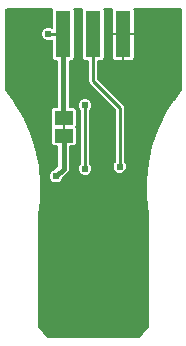
<source format=gbl>
G04 #@! TF.GenerationSoftware,KiCad,Pcbnew,(5.1.4-0)*
G04 #@! TF.CreationDate,2019-08-21T14:14:19+03:00*
G04 #@! TF.ProjectId,AVR_ISP_With_POGO_Pin,4156525f-4953-4505-9f57-6974685f504f,rev?*
G04 #@! TF.SameCoordinates,PX80efd00PY76109c0*
G04 #@! TF.FileFunction,Copper,L2,Bot*
G04 #@! TF.FilePolarity,Positive*
%FSLAX46Y46*%
G04 Gerber Fmt 4.6, Leading zero omitted, Abs format (unit mm)*
G04 Created by KiCad (PCBNEW (5.1.4-0)) date 2019-08-21 14:14:19*
%MOMM*%
%LPD*%
G04 APERTURE LIST*
%ADD10R,1.600200X1.168400*%
%ADD11R,1.300000X4.000000*%
%ADD12C,0.609600*%
%ADD13C,0.254000*%
%ADD14C,0.457200*%
%ADD15C,0.152400*%
%ADD16C,0.203200*%
G04 APERTURE END LIST*
D10*
X5300000Y17400000D03*
X5300000Y18924000D03*
D11*
X7800000Y26000000D03*
X5260000Y26000000D03*
X10340000Y26000000D03*
D12*
X14500000Y27400000D03*
X1100000Y27400000D03*
X12500000Y17700000D03*
X3400000Y17700000D03*
X3600000Y1700000D03*
X12000000Y1700000D03*
X9300000Y17900000D03*
X6600000Y23000000D03*
X4000000Y26000000D03*
X4650000Y13950000D03*
X7100000Y14600018D03*
X7100000Y19950000D03*
X10050000Y14750000D03*
D13*
X4000000Y26000000D02*
X5260000Y26000000D01*
D14*
X5300000Y14600000D02*
X4650000Y13950000D01*
X5260000Y18964000D02*
X5300000Y18924000D01*
X5260000Y26000000D02*
X5260000Y18964000D01*
X5300000Y14600000D02*
X5300000Y17400000D01*
D15*
X5300000Y18924000D02*
X5300000Y17400000D01*
D13*
X7100000Y19950000D02*
X7100000Y14600018D01*
X7800000Y22000000D02*
X10050000Y19750000D01*
X7800000Y26000000D02*
X7800000Y22000000D01*
X10050000Y19750000D02*
X10050000Y14750000D01*
D16*
G36*
X4327040Y28117206D02*
G01*
X4309611Y28059751D01*
X4303726Y28000000D01*
X4303726Y26530217D01*
X4288754Y26540221D01*
X4177814Y26586174D01*
X4060040Y26609600D01*
X3939960Y26609600D01*
X3822186Y26586174D01*
X3711246Y26540221D01*
X3611402Y26473508D01*
X3526492Y26388598D01*
X3459779Y26288754D01*
X3413826Y26177814D01*
X3390400Y26060040D01*
X3390400Y25939960D01*
X3413826Y25822186D01*
X3459779Y25711246D01*
X3526492Y25611402D01*
X3611402Y25526492D01*
X3711246Y25459779D01*
X3822186Y25413826D01*
X3939960Y25390400D01*
X4060040Y25390400D01*
X4177814Y25413826D01*
X4288754Y25459779D01*
X4303726Y25469783D01*
X4303726Y24000000D01*
X4309611Y23940249D01*
X4327040Y23882794D01*
X4355342Y23829843D01*
X4393432Y23783432D01*
X4439843Y23745342D01*
X4492794Y23717040D01*
X4550249Y23699611D01*
X4610000Y23693726D01*
X4726600Y23693726D01*
X4726601Y19814474D01*
X4499900Y19814474D01*
X4440149Y19808589D01*
X4382694Y19791160D01*
X4329743Y19762858D01*
X4283332Y19724768D01*
X4245242Y19678357D01*
X4216940Y19625406D01*
X4199511Y19567951D01*
X4193626Y19508200D01*
X4193626Y18339800D01*
X4199511Y18280049D01*
X4216940Y18222594D01*
X4245242Y18169643D01*
X4251515Y18162000D01*
X4245242Y18154357D01*
X4216940Y18101406D01*
X4199511Y18043951D01*
X4193626Y17984200D01*
X4193626Y16815800D01*
X4199511Y16756049D01*
X4216940Y16698594D01*
X4245242Y16645643D01*
X4283332Y16599232D01*
X4329743Y16561142D01*
X4382694Y16532840D01*
X4440149Y16515411D01*
X4499900Y16509526D01*
X4766601Y16509526D01*
X4766600Y14820941D01*
X4484228Y14538569D01*
X4472186Y14536174D01*
X4361246Y14490221D01*
X4261402Y14423508D01*
X4176492Y14338598D01*
X4109779Y14238754D01*
X4063826Y14127814D01*
X4040400Y14010040D01*
X4040400Y13889960D01*
X4063826Y13772186D01*
X4109779Y13661246D01*
X4176492Y13561402D01*
X4261402Y13476492D01*
X4361246Y13409779D01*
X4472186Y13363826D01*
X4589960Y13340400D01*
X4710040Y13340400D01*
X4827814Y13363826D01*
X4938754Y13409779D01*
X5038598Y13476492D01*
X5123508Y13561402D01*
X5190221Y13661246D01*
X5236174Y13772186D01*
X5238569Y13784228D01*
X5658645Y14204304D01*
X5678995Y14221005D01*
X5745651Y14302225D01*
X5795181Y14394889D01*
X5825681Y14495435D01*
X5833400Y14573805D01*
X5833400Y14573813D01*
X5835979Y14600000D01*
X5833400Y14626187D01*
X5833400Y16509526D01*
X6100100Y16509526D01*
X6159851Y16515411D01*
X6217306Y16532840D01*
X6270257Y16561142D01*
X6316668Y16599232D01*
X6354758Y16645643D01*
X6383060Y16698594D01*
X6400489Y16756049D01*
X6406374Y16815800D01*
X6406374Y17984200D01*
X6400489Y18043951D01*
X6383060Y18101406D01*
X6354758Y18154357D01*
X6348485Y18162000D01*
X6354758Y18169643D01*
X6383060Y18222594D01*
X6400489Y18280049D01*
X6406374Y18339800D01*
X6406374Y19508200D01*
X6400489Y19567951D01*
X6383060Y19625406D01*
X6354758Y19678357D01*
X6316668Y19724768D01*
X6270257Y19762858D01*
X6217306Y19791160D01*
X6159851Y19808589D01*
X6100100Y19814474D01*
X5793400Y19814474D01*
X5793400Y20010040D01*
X6490400Y20010040D01*
X6490400Y19889960D01*
X6513826Y19772186D01*
X6559779Y19661246D01*
X6626492Y19561402D01*
X6668200Y19519694D01*
X6668201Y15030325D01*
X6626492Y14988616D01*
X6559779Y14888772D01*
X6513826Y14777832D01*
X6490400Y14660058D01*
X6490400Y14539978D01*
X6513826Y14422204D01*
X6559779Y14311264D01*
X6626492Y14211420D01*
X6711402Y14126510D01*
X6811246Y14059797D01*
X6922186Y14013844D01*
X7039960Y13990418D01*
X7160040Y13990418D01*
X7277814Y14013844D01*
X7388754Y14059797D01*
X7488598Y14126510D01*
X7573508Y14211420D01*
X7640221Y14311264D01*
X7686174Y14422204D01*
X7709600Y14539978D01*
X7709600Y14660058D01*
X7686174Y14777832D01*
X7640221Y14888772D01*
X7573508Y14988616D01*
X7531800Y15030324D01*
X7531800Y19519694D01*
X7573508Y19561402D01*
X7640221Y19661246D01*
X7686174Y19772186D01*
X7709600Y19889960D01*
X7709600Y20010040D01*
X7686174Y20127814D01*
X7640221Y20238754D01*
X7573508Y20338598D01*
X7488598Y20423508D01*
X7388754Y20490221D01*
X7277814Y20536174D01*
X7160040Y20559600D01*
X7039960Y20559600D01*
X6922186Y20536174D01*
X6811246Y20490221D01*
X6711402Y20423508D01*
X6626492Y20338598D01*
X6559779Y20238754D01*
X6513826Y20127814D01*
X6490400Y20010040D01*
X5793400Y20010040D01*
X5793400Y23693726D01*
X5910000Y23693726D01*
X5969751Y23699611D01*
X6027206Y23717040D01*
X6080157Y23745342D01*
X6126568Y23783432D01*
X6164658Y23829843D01*
X6192960Y23882794D01*
X6210389Y23940249D01*
X6216274Y24000000D01*
X6216274Y28000000D01*
X6210389Y28059751D01*
X6192960Y28117206D01*
X6191360Y28120200D01*
X6868640Y28120200D01*
X6867040Y28117206D01*
X6849611Y28059751D01*
X6843726Y28000000D01*
X6843726Y24000000D01*
X6849611Y23940249D01*
X6867040Y23882794D01*
X6895342Y23829843D01*
X6933432Y23783432D01*
X6979843Y23745342D01*
X7032794Y23717040D01*
X7090249Y23699611D01*
X7150000Y23693726D01*
X7368201Y23693726D01*
X7368201Y22021220D01*
X7366111Y22000000D01*
X7374448Y21915353D01*
X7399140Y21833958D01*
X7439235Y21758944D01*
X7493195Y21693194D01*
X7509674Y21679670D01*
X9618200Y19571143D01*
X9618201Y15180307D01*
X9576492Y15138598D01*
X9509779Y15038754D01*
X9463826Y14927814D01*
X9440400Y14810040D01*
X9440400Y14689960D01*
X9463826Y14572186D01*
X9509779Y14461246D01*
X9576492Y14361402D01*
X9661402Y14276492D01*
X9761246Y14209779D01*
X9872186Y14163826D01*
X9989960Y14140400D01*
X10110040Y14140400D01*
X10227814Y14163826D01*
X10338754Y14209779D01*
X10438598Y14276492D01*
X10523508Y14361402D01*
X10590221Y14461246D01*
X10636174Y14572186D01*
X10659600Y14689960D01*
X10659600Y14810040D01*
X10636174Y14927814D01*
X10590221Y15038754D01*
X10523508Y15138598D01*
X10481800Y15180306D01*
X10481800Y19728790D01*
X10483889Y19750000D01*
X10475552Y19834648D01*
X10450861Y19916042D01*
X10410766Y19991056D01*
X10384832Y20022656D01*
X10356806Y20056806D01*
X10340328Y20070329D01*
X8231800Y22178856D01*
X8231800Y23693726D01*
X8450000Y23693726D01*
X8509751Y23699611D01*
X8567206Y23717040D01*
X8620157Y23745342D01*
X8666568Y23783432D01*
X8704658Y23829843D01*
X8732960Y23882794D01*
X8750389Y23940249D01*
X8756274Y24000000D01*
X9383725Y24000000D01*
X9389610Y23940249D01*
X9407039Y23882794D01*
X9435342Y23829843D01*
X9473431Y23783431D01*
X9519843Y23745342D01*
X9572794Y23717039D01*
X9630249Y23699610D01*
X9690000Y23693725D01*
X10263750Y23695200D01*
X10339950Y23771400D01*
X10339950Y25999950D01*
X10340050Y25999950D01*
X10340050Y23771400D01*
X10416250Y23695200D01*
X10990000Y23693725D01*
X11049751Y23699610D01*
X11107206Y23717039D01*
X11160157Y23745342D01*
X11206569Y23783431D01*
X11244658Y23829843D01*
X11272961Y23882794D01*
X11290390Y23940249D01*
X11296275Y24000000D01*
X11294800Y25923750D01*
X11218600Y25999950D01*
X10340050Y25999950D01*
X10339950Y25999950D01*
X9461400Y25999950D01*
X9385200Y25923750D01*
X9383725Y24000000D01*
X8756274Y24000000D01*
X8756274Y28000000D01*
X8750389Y28059751D01*
X8732960Y28117206D01*
X8731360Y28120200D01*
X9408639Y28120200D01*
X9407039Y28117206D01*
X9389610Y28059751D01*
X9383725Y28000000D01*
X9385200Y26076250D01*
X9461400Y26000050D01*
X10339950Y26000050D01*
X10339950Y26020050D01*
X10340050Y26020050D01*
X10340050Y26000050D01*
X11218600Y26000050D01*
X11294800Y26076250D01*
X11296275Y28000000D01*
X11290390Y28059751D01*
X11272961Y28117206D01*
X11271361Y28120200D01*
X15142682Y28120200D01*
X15220200Y28042681D01*
X15220201Y21229977D01*
X14595261Y20428937D01*
X14592630Y20425139D01*
X14589677Y20421597D01*
X14572864Y20396967D01*
X13823610Y19201103D01*
X13820411Y19195288D01*
X13816769Y19189748D01*
X13802851Y19163373D01*
X13193790Y17890378D01*
X13191268Y17884235D01*
X13188279Y17878322D01*
X13177456Y17850589D01*
X13177436Y17850540D01*
X13177431Y17850524D01*
X12716397Y16516781D01*
X12714589Y16510401D01*
X12712285Y16504178D01*
X12704672Y16475401D01*
X12704657Y16475348D01*
X12704654Y16475331D01*
X12397569Y15097971D01*
X12396496Y15091430D01*
X12394910Y15084984D01*
X12390603Y15055523D01*
X12390595Y15055475D01*
X12390594Y15055459D01*
X12241402Y13652189D01*
X12241076Y13645559D01*
X12240231Y13638984D01*
X12239287Y13609234D01*
X12239284Y13609177D01*
X12239285Y13609159D01*
X12249909Y12198022D01*
X12250335Y12191403D01*
X12250240Y12184770D01*
X12252669Y12155108D01*
X12252673Y12155046D01*
X12252676Y12155027D01*
X12420200Y10777001D01*
X12420201Y1157319D01*
X11642682Y379800D01*
X3957318Y379800D01*
X3179800Y1157318D01*
X3179800Y10704230D01*
X3342341Y11922587D01*
X3342744Y11927892D01*
X3343596Y11933121D01*
X3345546Y11962879D01*
X3382337Y13369339D01*
X3382134Y13375975D01*
X3382452Y13382596D01*
X3381021Y13412383D01*
X3258360Y14813966D01*
X3257408Y14820533D01*
X3256974Y14827150D01*
X3252189Y14856520D01*
X3252180Y14856585D01*
X3252175Y14856605D01*
X2971643Y16235273D01*
X2969956Y16241682D01*
X2968774Y16248215D01*
X2960678Y16276917D01*
X2525874Y17614986D01*
X2523471Y17621165D01*
X2521558Y17627521D01*
X2510265Y17655122D01*
X1926781Y18935368D01*
X1923689Y18941244D01*
X1921073Y18947333D01*
X1906742Y18973455D01*
X1906729Y18973479D01*
X1906724Y18973487D01*
X1182068Y20179442D01*
X1178333Y20184927D01*
X1175042Y20190685D01*
X1157830Y20215038D01*
X379800Y21228930D01*
X379800Y28042682D01*
X457319Y28120200D01*
X4328640Y28120200D01*
X4327040Y28117206D01*
X4327040Y28117206D01*
G37*
X4327040Y28117206D02*
X4309611Y28059751D01*
X4303726Y28000000D01*
X4303726Y26530217D01*
X4288754Y26540221D01*
X4177814Y26586174D01*
X4060040Y26609600D01*
X3939960Y26609600D01*
X3822186Y26586174D01*
X3711246Y26540221D01*
X3611402Y26473508D01*
X3526492Y26388598D01*
X3459779Y26288754D01*
X3413826Y26177814D01*
X3390400Y26060040D01*
X3390400Y25939960D01*
X3413826Y25822186D01*
X3459779Y25711246D01*
X3526492Y25611402D01*
X3611402Y25526492D01*
X3711246Y25459779D01*
X3822186Y25413826D01*
X3939960Y25390400D01*
X4060040Y25390400D01*
X4177814Y25413826D01*
X4288754Y25459779D01*
X4303726Y25469783D01*
X4303726Y24000000D01*
X4309611Y23940249D01*
X4327040Y23882794D01*
X4355342Y23829843D01*
X4393432Y23783432D01*
X4439843Y23745342D01*
X4492794Y23717040D01*
X4550249Y23699611D01*
X4610000Y23693726D01*
X4726600Y23693726D01*
X4726601Y19814474D01*
X4499900Y19814474D01*
X4440149Y19808589D01*
X4382694Y19791160D01*
X4329743Y19762858D01*
X4283332Y19724768D01*
X4245242Y19678357D01*
X4216940Y19625406D01*
X4199511Y19567951D01*
X4193626Y19508200D01*
X4193626Y18339800D01*
X4199511Y18280049D01*
X4216940Y18222594D01*
X4245242Y18169643D01*
X4251515Y18162000D01*
X4245242Y18154357D01*
X4216940Y18101406D01*
X4199511Y18043951D01*
X4193626Y17984200D01*
X4193626Y16815800D01*
X4199511Y16756049D01*
X4216940Y16698594D01*
X4245242Y16645643D01*
X4283332Y16599232D01*
X4329743Y16561142D01*
X4382694Y16532840D01*
X4440149Y16515411D01*
X4499900Y16509526D01*
X4766601Y16509526D01*
X4766600Y14820941D01*
X4484228Y14538569D01*
X4472186Y14536174D01*
X4361246Y14490221D01*
X4261402Y14423508D01*
X4176492Y14338598D01*
X4109779Y14238754D01*
X4063826Y14127814D01*
X4040400Y14010040D01*
X4040400Y13889960D01*
X4063826Y13772186D01*
X4109779Y13661246D01*
X4176492Y13561402D01*
X4261402Y13476492D01*
X4361246Y13409779D01*
X4472186Y13363826D01*
X4589960Y13340400D01*
X4710040Y13340400D01*
X4827814Y13363826D01*
X4938754Y13409779D01*
X5038598Y13476492D01*
X5123508Y13561402D01*
X5190221Y13661246D01*
X5236174Y13772186D01*
X5238569Y13784228D01*
X5658645Y14204304D01*
X5678995Y14221005D01*
X5745651Y14302225D01*
X5795181Y14394889D01*
X5825681Y14495435D01*
X5833400Y14573805D01*
X5833400Y14573813D01*
X5835979Y14600000D01*
X5833400Y14626187D01*
X5833400Y16509526D01*
X6100100Y16509526D01*
X6159851Y16515411D01*
X6217306Y16532840D01*
X6270257Y16561142D01*
X6316668Y16599232D01*
X6354758Y16645643D01*
X6383060Y16698594D01*
X6400489Y16756049D01*
X6406374Y16815800D01*
X6406374Y17984200D01*
X6400489Y18043951D01*
X6383060Y18101406D01*
X6354758Y18154357D01*
X6348485Y18162000D01*
X6354758Y18169643D01*
X6383060Y18222594D01*
X6400489Y18280049D01*
X6406374Y18339800D01*
X6406374Y19508200D01*
X6400489Y19567951D01*
X6383060Y19625406D01*
X6354758Y19678357D01*
X6316668Y19724768D01*
X6270257Y19762858D01*
X6217306Y19791160D01*
X6159851Y19808589D01*
X6100100Y19814474D01*
X5793400Y19814474D01*
X5793400Y20010040D01*
X6490400Y20010040D01*
X6490400Y19889960D01*
X6513826Y19772186D01*
X6559779Y19661246D01*
X6626492Y19561402D01*
X6668200Y19519694D01*
X6668201Y15030325D01*
X6626492Y14988616D01*
X6559779Y14888772D01*
X6513826Y14777832D01*
X6490400Y14660058D01*
X6490400Y14539978D01*
X6513826Y14422204D01*
X6559779Y14311264D01*
X6626492Y14211420D01*
X6711402Y14126510D01*
X6811246Y14059797D01*
X6922186Y14013844D01*
X7039960Y13990418D01*
X7160040Y13990418D01*
X7277814Y14013844D01*
X7388754Y14059797D01*
X7488598Y14126510D01*
X7573508Y14211420D01*
X7640221Y14311264D01*
X7686174Y14422204D01*
X7709600Y14539978D01*
X7709600Y14660058D01*
X7686174Y14777832D01*
X7640221Y14888772D01*
X7573508Y14988616D01*
X7531800Y15030324D01*
X7531800Y19519694D01*
X7573508Y19561402D01*
X7640221Y19661246D01*
X7686174Y19772186D01*
X7709600Y19889960D01*
X7709600Y20010040D01*
X7686174Y20127814D01*
X7640221Y20238754D01*
X7573508Y20338598D01*
X7488598Y20423508D01*
X7388754Y20490221D01*
X7277814Y20536174D01*
X7160040Y20559600D01*
X7039960Y20559600D01*
X6922186Y20536174D01*
X6811246Y20490221D01*
X6711402Y20423508D01*
X6626492Y20338598D01*
X6559779Y20238754D01*
X6513826Y20127814D01*
X6490400Y20010040D01*
X5793400Y20010040D01*
X5793400Y23693726D01*
X5910000Y23693726D01*
X5969751Y23699611D01*
X6027206Y23717040D01*
X6080157Y23745342D01*
X6126568Y23783432D01*
X6164658Y23829843D01*
X6192960Y23882794D01*
X6210389Y23940249D01*
X6216274Y24000000D01*
X6216274Y28000000D01*
X6210389Y28059751D01*
X6192960Y28117206D01*
X6191360Y28120200D01*
X6868640Y28120200D01*
X6867040Y28117206D01*
X6849611Y28059751D01*
X6843726Y28000000D01*
X6843726Y24000000D01*
X6849611Y23940249D01*
X6867040Y23882794D01*
X6895342Y23829843D01*
X6933432Y23783432D01*
X6979843Y23745342D01*
X7032794Y23717040D01*
X7090249Y23699611D01*
X7150000Y23693726D01*
X7368201Y23693726D01*
X7368201Y22021220D01*
X7366111Y22000000D01*
X7374448Y21915353D01*
X7399140Y21833958D01*
X7439235Y21758944D01*
X7493195Y21693194D01*
X7509674Y21679670D01*
X9618200Y19571143D01*
X9618201Y15180307D01*
X9576492Y15138598D01*
X9509779Y15038754D01*
X9463826Y14927814D01*
X9440400Y14810040D01*
X9440400Y14689960D01*
X9463826Y14572186D01*
X9509779Y14461246D01*
X9576492Y14361402D01*
X9661402Y14276492D01*
X9761246Y14209779D01*
X9872186Y14163826D01*
X9989960Y14140400D01*
X10110040Y14140400D01*
X10227814Y14163826D01*
X10338754Y14209779D01*
X10438598Y14276492D01*
X10523508Y14361402D01*
X10590221Y14461246D01*
X10636174Y14572186D01*
X10659600Y14689960D01*
X10659600Y14810040D01*
X10636174Y14927814D01*
X10590221Y15038754D01*
X10523508Y15138598D01*
X10481800Y15180306D01*
X10481800Y19728790D01*
X10483889Y19750000D01*
X10475552Y19834648D01*
X10450861Y19916042D01*
X10410766Y19991056D01*
X10384832Y20022656D01*
X10356806Y20056806D01*
X10340328Y20070329D01*
X8231800Y22178856D01*
X8231800Y23693726D01*
X8450000Y23693726D01*
X8509751Y23699611D01*
X8567206Y23717040D01*
X8620157Y23745342D01*
X8666568Y23783432D01*
X8704658Y23829843D01*
X8732960Y23882794D01*
X8750389Y23940249D01*
X8756274Y24000000D01*
X9383725Y24000000D01*
X9389610Y23940249D01*
X9407039Y23882794D01*
X9435342Y23829843D01*
X9473431Y23783431D01*
X9519843Y23745342D01*
X9572794Y23717039D01*
X9630249Y23699610D01*
X9690000Y23693725D01*
X10263750Y23695200D01*
X10339950Y23771400D01*
X10339950Y25999950D01*
X10340050Y25999950D01*
X10340050Y23771400D01*
X10416250Y23695200D01*
X10990000Y23693725D01*
X11049751Y23699610D01*
X11107206Y23717039D01*
X11160157Y23745342D01*
X11206569Y23783431D01*
X11244658Y23829843D01*
X11272961Y23882794D01*
X11290390Y23940249D01*
X11296275Y24000000D01*
X11294800Y25923750D01*
X11218600Y25999950D01*
X10340050Y25999950D01*
X10339950Y25999950D01*
X9461400Y25999950D01*
X9385200Y25923750D01*
X9383725Y24000000D01*
X8756274Y24000000D01*
X8756274Y28000000D01*
X8750389Y28059751D01*
X8732960Y28117206D01*
X8731360Y28120200D01*
X9408639Y28120200D01*
X9407039Y28117206D01*
X9389610Y28059751D01*
X9383725Y28000000D01*
X9385200Y26076250D01*
X9461400Y26000050D01*
X10339950Y26000050D01*
X10339950Y26020050D01*
X10340050Y26020050D01*
X10340050Y26000050D01*
X11218600Y26000050D01*
X11294800Y26076250D01*
X11296275Y28000000D01*
X11290390Y28059751D01*
X11272961Y28117206D01*
X11271361Y28120200D01*
X15142682Y28120200D01*
X15220200Y28042681D01*
X15220201Y21229977D01*
X14595261Y20428937D01*
X14592630Y20425139D01*
X14589677Y20421597D01*
X14572864Y20396967D01*
X13823610Y19201103D01*
X13820411Y19195288D01*
X13816769Y19189748D01*
X13802851Y19163373D01*
X13193790Y17890378D01*
X13191268Y17884235D01*
X13188279Y17878322D01*
X13177456Y17850589D01*
X13177436Y17850540D01*
X13177431Y17850524D01*
X12716397Y16516781D01*
X12714589Y16510401D01*
X12712285Y16504178D01*
X12704672Y16475401D01*
X12704657Y16475348D01*
X12704654Y16475331D01*
X12397569Y15097971D01*
X12396496Y15091430D01*
X12394910Y15084984D01*
X12390603Y15055523D01*
X12390595Y15055475D01*
X12390594Y15055459D01*
X12241402Y13652189D01*
X12241076Y13645559D01*
X12240231Y13638984D01*
X12239287Y13609234D01*
X12239284Y13609177D01*
X12239285Y13609159D01*
X12249909Y12198022D01*
X12250335Y12191403D01*
X12250240Y12184770D01*
X12252669Y12155108D01*
X12252673Y12155046D01*
X12252676Y12155027D01*
X12420200Y10777001D01*
X12420201Y1157319D01*
X11642682Y379800D01*
X3957318Y379800D01*
X3179800Y1157318D01*
X3179800Y10704230D01*
X3342341Y11922587D01*
X3342744Y11927892D01*
X3343596Y11933121D01*
X3345546Y11962879D01*
X3382337Y13369339D01*
X3382134Y13375975D01*
X3382452Y13382596D01*
X3381021Y13412383D01*
X3258360Y14813966D01*
X3257408Y14820533D01*
X3256974Y14827150D01*
X3252189Y14856520D01*
X3252180Y14856585D01*
X3252175Y14856605D01*
X2971643Y16235273D01*
X2969956Y16241682D01*
X2968774Y16248215D01*
X2960678Y16276917D01*
X2525874Y17614986D01*
X2523471Y17621165D01*
X2521558Y17627521D01*
X2510265Y17655122D01*
X1926781Y18935368D01*
X1923689Y18941244D01*
X1921073Y18947333D01*
X1906742Y18973455D01*
X1906729Y18973479D01*
X1906724Y18973487D01*
X1182068Y20179442D01*
X1178333Y20184927D01*
X1175042Y20190685D01*
X1157830Y20215038D01*
X379800Y21228930D01*
X379800Y28042682D01*
X457319Y28120200D01*
X4328640Y28120200D01*
X4327040Y28117206D01*
M02*

</source>
